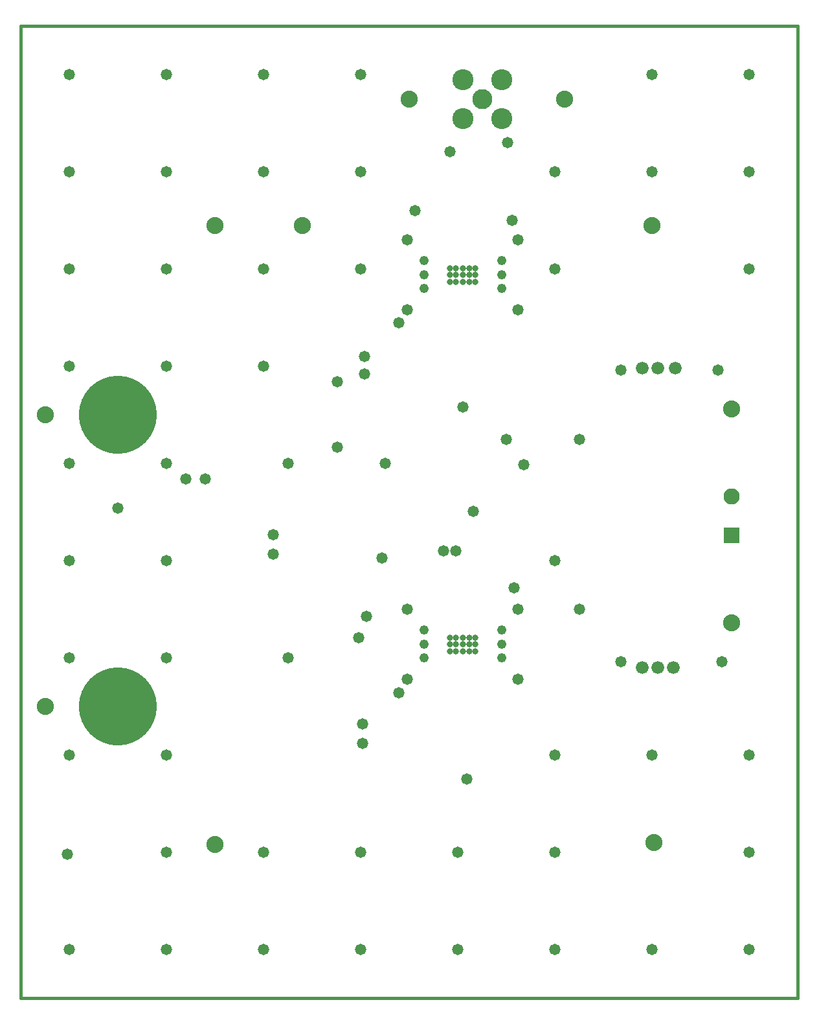
<source format=gbs>
%FSLAX24Y24*%
%MOIN*%
G70*
G01*
G75*
G04 Layer_Color=16711935*
%ADD10R,0.0374X0.0394*%
%ADD11R,0.0512X0.0728*%
%ADD12R,0.0394X0.0374*%
%ADD13R,0.0728X0.0512*%
%ADD14R,0.1004X0.0965*%
%ADD15O,0.0276X0.1024*%
%ADD16R,0.4760X0.2250*%
%ADD17R,0.0965X0.1004*%
%ADD18R,0.1100X0.1500*%
%ADD19R,0.1500X0.1100*%
%ADD20O,0.0276X0.0984*%
%ADD21C,0.0250*%
%ADD22C,0.0500*%
%ADD23C,0.1000*%
%ADD24C,0.2000*%
%ADD25C,0.1500*%
%ADD26C,0.0800*%
%ADD27C,0.3937*%
%ADD28C,0.0748*%
%ADD29R,0.0750X0.0750*%
%ADD30C,0.1000*%
%ADD31C,0.0950*%
%ADD32C,0.0500*%
%ADD33C,0.0400*%
%ADD34C,0.0250*%
%ADD35C,0.0580*%
%ADD36C,0.0070*%
%ADD37C,0.0098*%
%ADD38C,0.0236*%
%ADD39C,0.0098*%
%ADD40C,0.0150*%
%ADD41C,0.0079*%
%ADD42C,0.0100*%
%ADD43C,0.0200*%
%ADD44R,0.0200X0.2470*%
%ADD45R,0.2470X0.0200*%
%ADD46R,0.0454X0.0474*%
%ADD47R,0.0592X0.0808*%
%ADD48R,0.0474X0.0454*%
%ADD49R,0.0808X0.0592*%
%ADD50R,0.1084X0.1045*%
%ADD51O,0.0356X0.1104*%
%ADD52R,0.4840X0.2330*%
%ADD53R,0.1045X0.1084*%
%ADD54R,0.1180X0.1580*%
%ADD55R,0.1580X0.1180*%
%ADD56O,0.0356X0.1064*%
%ADD57C,0.0880*%
%ADD58C,0.4017*%
%ADD59C,0.0828*%
%ADD60R,0.0830X0.0830*%
%ADD61C,0.1080*%
%ADD62C,0.1030*%
%ADD63C,0.0480*%
%ADD64C,0.0330*%
%ADD65C,0.0660*%
D35*
X25400Y21100D02*
D03*
X20300Y40500D02*
D03*
X25600Y16400D02*
D03*
Y20000D02*
D03*
X19900D02*
D03*
X22950Y11265D02*
D03*
X17600Y13100D02*
D03*
Y14100D02*
D03*
X17400Y18550D02*
D03*
X17800Y19650D02*
D03*
X19900Y16400D02*
D03*
X18600Y22650D02*
D03*
X22750Y30415D02*
D03*
X25600Y35400D02*
D03*
X25300Y40000D02*
D03*
X25600Y39000D02*
D03*
X17700Y32100D02*
D03*
Y33000D02*
D03*
X19900Y35400D02*
D03*
Y39000D02*
D03*
X9500Y26700D02*
D03*
X8500D02*
D03*
X13000Y22850D02*
D03*
Y23850D02*
D03*
X5000Y25200D02*
D03*
X37500Y42500D02*
D03*
Y37500D02*
D03*
X35900Y32300D02*
D03*
X36100Y17300D02*
D03*
X37500Y12500D02*
D03*
Y7500D02*
D03*
Y2500D02*
D03*
X32500Y42500D02*
D03*
X30900Y32300D02*
D03*
Y17300D02*
D03*
X32500Y12500D02*
D03*
Y2500D02*
D03*
X27500Y42500D02*
D03*
Y37500D02*
D03*
Y22500D02*
D03*
Y12500D02*
D03*
Y7500D02*
D03*
Y2500D02*
D03*
X22100Y43550D02*
D03*
X22500Y7500D02*
D03*
Y2500D02*
D03*
X17500Y42500D02*
D03*
Y37500D02*
D03*
Y7500D02*
D03*
Y2500D02*
D03*
X12500Y42500D02*
D03*
Y37500D02*
D03*
Y7500D02*
D03*
Y2500D02*
D03*
X7500Y42500D02*
D03*
Y37500D02*
D03*
Y32500D02*
D03*
Y27500D02*
D03*
Y22500D02*
D03*
Y17500D02*
D03*
Y12500D02*
D03*
Y7500D02*
D03*
Y2500D02*
D03*
X2500D02*
D03*
Y12500D02*
D03*
X2400Y7400D02*
D03*
X2500Y17500D02*
D03*
Y22500D02*
D03*
Y27500D02*
D03*
Y32500D02*
D03*
Y37500D02*
D03*
Y42500D02*
D03*
X37500Y47500D02*
D03*
X32500D02*
D03*
X17500D02*
D03*
X12500D02*
D03*
X7500D02*
D03*
X2500D02*
D03*
X18750Y27500D02*
D03*
X13750D02*
D03*
Y17500D02*
D03*
X25000Y28750D02*
D03*
X28750D02*
D03*
X12500Y32500D02*
D03*
X25050Y44000D02*
D03*
X25900Y27450D02*
D03*
X23300Y25050D02*
D03*
X16300Y31700D02*
D03*
Y28350D02*
D03*
X19450Y15700D02*
D03*
Y34750D02*
D03*
X22400Y23000D02*
D03*
X21750D02*
D03*
X28750Y20000D02*
D03*
D40*
X40000Y0D02*
Y50000D01*
X0D02*
X40000D01*
X0Y0D02*
Y50000D01*
Y0D02*
X40000D01*
D57*
X36600Y30300D02*
D03*
Y19300D02*
D03*
X10000Y39750D02*
D03*
X32600Y8000D02*
D03*
X32500Y39750D02*
D03*
X10000Y7900D02*
D03*
X14500Y39750D02*
D03*
X1250Y15000D02*
D03*
Y30000D02*
D03*
X20000Y46250D02*
D03*
X28000D02*
D03*
D58*
X5000Y15000D02*
D03*
Y30000D02*
D03*
D59*
X36600Y25800D02*
D03*
D60*
Y23800D02*
D03*
D61*
X22750Y45250D02*
D03*
X24750D02*
D03*
Y47250D02*
D03*
X22750D02*
D03*
D62*
X23750Y46250D02*
D03*
D63*
X24750Y36500D02*
D03*
Y37200D02*
D03*
Y37950D02*
D03*
X20750Y36500D02*
D03*
Y37200D02*
D03*
Y37950D02*
D03*
X24750Y17500D02*
D03*
Y18200D02*
D03*
Y18950D02*
D03*
X20750Y17500D02*
D03*
Y18200D02*
D03*
Y18950D02*
D03*
D64*
X22100Y36850D02*
D03*
Y37200D02*
D03*
Y37550D02*
D03*
X23400Y36850D02*
D03*
Y37200D02*
D03*
Y37550D02*
D03*
X23100Y36850D02*
D03*
X22750D02*
D03*
X22400D02*
D03*
Y37200D02*
D03*
Y37550D02*
D03*
X22750D02*
D03*
X23100D02*
D03*
Y37200D02*
D03*
X22750D02*
D03*
X22100Y17850D02*
D03*
Y18200D02*
D03*
Y18550D02*
D03*
X23400Y17850D02*
D03*
Y18200D02*
D03*
Y18550D02*
D03*
X23100Y17850D02*
D03*
X22750D02*
D03*
X22400D02*
D03*
Y18200D02*
D03*
Y18550D02*
D03*
X22750D02*
D03*
X23100D02*
D03*
Y18200D02*
D03*
X22750D02*
D03*
D65*
X32800Y17000D02*
D03*
X33600D02*
D03*
X32000D02*
D03*
X33700Y32400D02*
D03*
X32000D02*
D03*
X32800D02*
D03*
M02*

</source>
